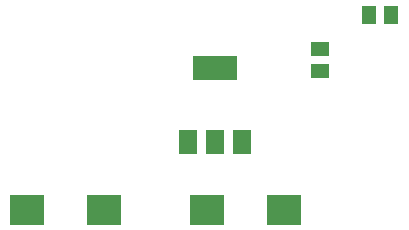
<source format=gbr>
G04 EAGLE Gerber RS-274X export*
G75*
%MOMM*%
%FSLAX34Y34*%
%LPD*%
%INSolderpaste Top*%
%IPPOS*%
%AMOC8*
5,1,8,0,0,1.08239X$1,22.5*%
G01*
%ADD10R,2.900000X2.500000*%
%ADD11R,1.500000X2.000000*%
%ADD12R,3.800000X2.000000*%
%ADD13R,1.300000X1.600000*%
%ADD14R,1.600000X1.300000*%


D10*
X273800Y50800D03*
X208800Y50800D03*
X121400Y50800D03*
X56400Y50800D03*
D11*
X192900Y108200D03*
X215900Y108200D03*
X238900Y108200D03*
D12*
X215900Y171200D03*
D13*
X346100Y215900D03*
X365100Y215900D03*
D14*
X304800Y168300D03*
X304800Y187300D03*
M02*

</source>
